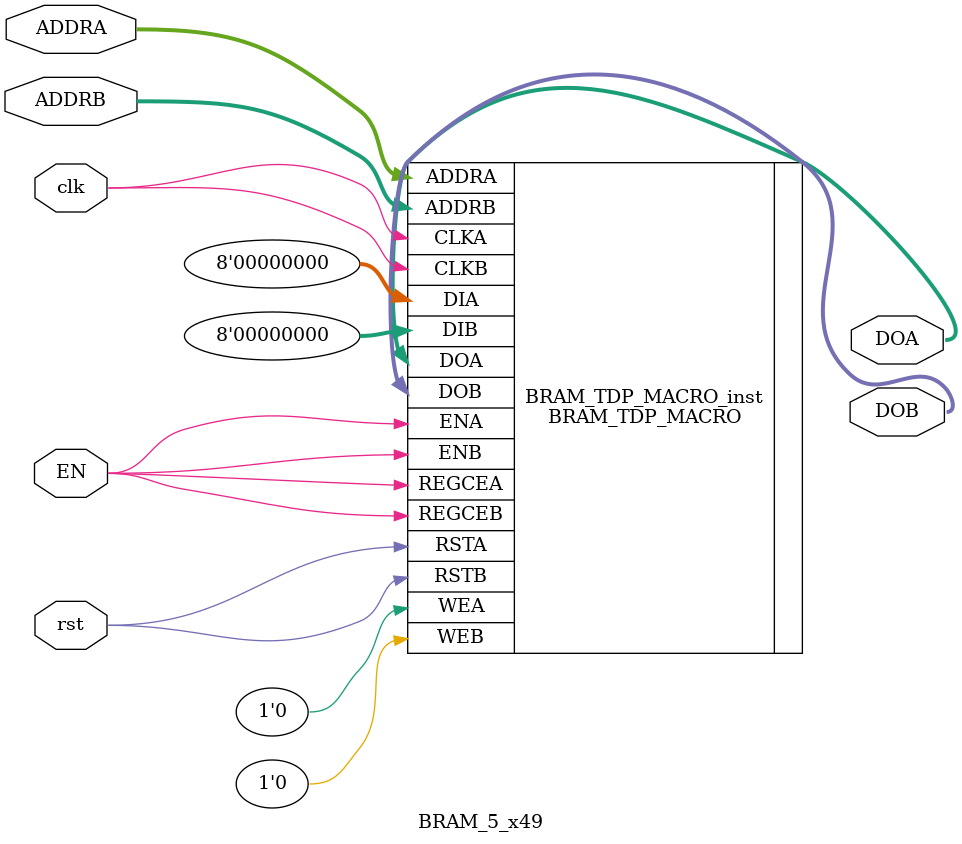
<source format=v>

module BRAM_5_x49(
    input [9:0] ADDRA,
    input [9:0] ADDRB,
    input clk,
    input rst, input EN,
    output [7:0] DOA,
    output [7:0] DOB
    );



// Spartan-6
// Xilinx HDL Libraries Guide, version 14.7
//////////////////////////////////////////////////////////////////////////
// DATA_WIDTH_A/B | BRAM_SIZE | RAM Depth | ADDRA/B Width | WEA/B Width //
// ===============|===========|===========|===============|=============//
// 19-36 | "18Kb" | 512 | 9-bit | 4-bit //
// 10-18 | "18Kb" | 1024 | 10-bit | 2-bit //
// 10-18 | "9Kb" | 512 | 9-bit | 2-bit //
// 5-9 | "18Kb" | 2048 | 11-bit | 1-bit //
// 5-9 | "9Kb" | 1024 | 10-bit | 1-bit //
// 3-4 | "18Kb" | 4096 | 12-bit | 1-bit //
// 3-4 | "9Kb" | 2048 | 11-bit | 1-bit //
// 2 | "18Kb" | 8192 | 13-bit | 1-bit //
// 2 | "9Kb" | 4096 | 12-bit | 1-bit //
// 1 | "18Kb" | 16384 | 14-bit | 1-bit //
// 1 | "9Kb" | 8192 | 12-bit | 1-bit //
//////////////////////////////////////////////////////////////////////////
BRAM_TDP_MACRO #(
	.BRAM_SIZE("9Kb"), // Target BRAM: "9Kb" or "18Kb"
	.DEVICE("SPARTAN6"), // Target device: "VIRTEX5", "VIRTEX6", "SPARTAN6"
	.DOA_REG(1), // Optional port A output register (0 or 1)
	.DOB_REG(1), // Optional port B output register (0 or 1)
	.INIT_A(36'h0123), // Initial values on port A output port
	.INIT_B(36'h3210), // Initial values on port B output port
	.INIT_FILE ("NONE"),
	.READ_WIDTH_A (8), // Valid values are 1-36
	.READ_WIDTH_B (8), // Valid values are 1-36
	.SIM_COLLISION_CHECK ("NONE"), // Collision check enable "ALL", "WARNING_ONLY",
	// "GENERATE_X_ONLY" or "NONE"
	.SRVAL_A(36'h00000000), // Set/Reset value for port A output
	.SRVAL_B(36'h00000000), // Set/Reset value for port B output
	.WRITE_MODE_A("WRITE_FIRST"), // "WRITE_FIRST", "READ_FIRST", or "NO_CHANGE"
	.WRITE_MODE_B("WRITE_FIRST"), // "WRITE_FIRST", "READ_FIRST", or "NO_CHANGE"
	.WRITE_WIDTH_A(8), // Valid values are 1-36
	.WRITE_WIDTH_B(8), // Valid values are 1-36
	
.INIT_00(256'h6035EEFF5A0000006C8C7C6D8E6100002D86000059EC00003E20000000000000),
.INIT_01(256'hA4E37F6ECB83F2F285771F0E32CF0000E1580000A30400002D21000025370000),
.INIT_02(256'h88A12397D7F12C89A59C1001AF990000F22566C38F46EB4E07C00000BD640000),
.INIT_03(256'hDDE60CB8E7D350F5537843523C180000AF6AD87DD40F65C00BDE3030B77C0000),
.INIT_04(256'h7ECFB9A8A8160000B1B50A1B9E950000E1AE21210F5E000031CB0000B4500000),
.INIT_05(256'h779A82DD48AAE4AA8ED6D887481F0D4311027A347578E7A905A3400E0AB2FCB2),
.INIT_06(256'h4A8716A2F93B4EEBFE235E4F39EB3838DAE91DB83D10B114B6950000B78A0000),
.INIT_07(256'h8011C13BEA74769D8C0DEEB1921C6729E986AA41B4C58A61CFB0226C7415AEE0),
.INIT_08(256'hBFEA312085DFDFDFB353A3B251BEDFDFF259DFDF8633DFDFE1FFDFDFDFDFDFDF),
.INIT_09(256'h7B3CA0B1145C2D2D5AA8C0D1ED10DFDF3E87DFDF7CDBDFDFF2FEDFDFFAE8DFDF),
.INIT_0A(256'h577EFC48082EF3567A43CFDE7046DFDF2DFAB91C50993491D81FDFDF62BBDFDF),
.INIT_0B(256'h0239D367380C8F2A8CA79C8DE3C7DFDF70B507A20BD0BA1FD401EFEF68A3DFDF),
.INIT_0C(256'hA110667777C9DFDF6E6AD5C4414ADFDF3E71FEFED081DFDFEE14DFDF6B8FDFDF),
.INIT_0D(256'hA8455D0297753B755109075897C0D29CCEDDA5EBAAA73876DA7C9FD1D56D236D),
.INIT_0E(256'h9558C97D26E4913421FC8190E634E7E70536C267E2CF6ECB694ADFDF6855DFDF),
.INIT_0F(256'h5FCE1EE435ABA94253D2316E4DC3B8F63659759E6B1A55BE106FFDB3ABCA713F),
.INIT_10(256'hF57394117AEB00006FDAAB2EDA7800009F3E0000DAE9000040D2000000000000),
.INIT_11(256'h1CA84FCA0CAF0A0A60E77AFF4ADA0000B4270000BFBE00008727000089BB0000),
.INIT_12(256'hF91E15139C6CCF4C7324BA3F73330000EC2C2CAF520073F09FEF00007B990000),
.INIT_13(256'hB96C686E11D331B2214439BCEC9E00006E9C8A09CCAC870405475252FD2D0000),
.INIT_14(256'h1FB723A68D320000A13A78FD6DE1000060EF6464EBF600009B270000715F0000),
.INIT_15(256'h6DBBD31A8140C08CF613418844B609451CED83CF385B064AC80A24688DDDC589),
.INIT_16(256'hF73E292F8F5144C76B12D055127CB9B94EA07AF93E4241C22B75000065A90000),
.INIT_17(256'h388F6B216CCC64AB7572AF662030A4E88F1F2FE00200A7683111622E8230D19D),
.INIT_18(256'h2AAC4BCEA534DFDFB00574F105A7DFDF40E1DFDF0536DFDF9F0DDFDFDFDFDFDF),
.INIT_19(256'hC3779015D370D5D5BF38A5209505DFDF6BF8DFDF6061DFDF58F8DFDF5664DFDF),
.INIT_1A(256'h26C1CACC43B31093ACFB65E0ACECDFDF33F3F3708DDFAC2F4030DFDFA446DFDF),
.INIT_1B(256'h66B3B7B1CE0CEE6DFE9BE6633341DFDFB14355D6137358DBDA988D8D22F2DFDF),
.INIT_1C(256'hC068FC7952EDDFDF7EE5A722B23EDFDFBF30BBBB3429DFDF44F8DFDFAE80DFDF),
.INIT_1D(256'hB2640CC55E9F1F5329CC9E579B69D69AC3325C10E784D99517D5FBB752021A56),
.INIT_1E(256'h28E1F6F0508E9B18B4CD0F8ACDA36666917FA526E19D9E1DF4AADFDFBA76DFDF),
.INIT_1F(256'hE750B4FEB313BB74AAAD70B9FFEF7B3750C0F03FDDDF78B7EECEBDF15DEF0E42),



	
	//===============================================================================
	
	.INIT_20(256'h0000000000000000000000000000000000000000000000000000000000000000),
	.INIT_21(256'h0000000000000000000000000000000000000000000000000000000000000000),
	.INIT_22(256'h0000000000000000000000000000000000000000000000000000000000000000),
	.INIT_23(256'h0000000000000000000000000000000000000000000000000000000000000000),
	.INIT_24(256'h0000000000000000000000000000000000000000000000000000000000000000),
	.INIT_25(256'h0000000000000000000000000000000000000000000000000000000000000000),
	.INIT_26(256'h0000000000000000000000000000000000000000000000000000000000000000),
	.INIT_27(256'h0000000000000000000000000000000000000000000000000000000000000000),
	.INIT_28(256'h0000000000000000000000000000000000000000000000000000000000000000),
	.INIT_29(256'h0000000000000000000000000000000000000000000000000000000000000000),
	.INIT_2A(256'h0000000000000000000000000000000000000000000000000000000000000000),
	.INIT_2B(256'h0000000000000000000000000000000000000000000000000000000000000000),
	.INIT_2C(256'h0000000000000000000000000000000000000000000000000000000000000000),
	.INIT_2D(256'h0000000000000000000000000000000000000000000000000000000000000000),
	.INIT_2E(256'h0000000000000000000000000000000000000000000000000000000000000000),
	.INIT_2F(256'h0000000000000000000000000000000000000000000000000000000000000000),
	.INIT_30(256'h0000000000000000000000000000000000000000000000000000000000000000),
	.INIT_31(256'h0000000000000000000000000000000000000000000000000000000000000000),
	.INIT_32(256'h0000000000000000000000000000000000000000000000000000000000000000),
	.INIT_33(256'h0000000000000000000000000000000000000000000000000000000000000000),
	.INIT_34(256'h0000000000000000000000000000000000000000000000000000000000000000),
	.INIT_35(256'h0000000000000000000000000000000000000000000000000000000000000000),
	.INIT_36(256'h0000000000000000000000000000000000000000000000000000000000000000),
	.INIT_37(256'h0000000000000000000000000000000000000000000000000000000000000000),
	.INIT_38(256'h0000000000000000000000000000000000000000000000000000000000000000),
	.INIT_39(256'h0000000000000000000000000000000000000000000000000000000000000000),
	.INIT_3A(256'h0000000000000000000000000000000000000000000000000000000000000000),
	.INIT_3B(256'h0000000000000000000000000000000000000000000000000000000000000000),
	.INIT_3C(256'h0000000000000000000000000000000000000000000000000000000000000000),
	.INIT_3D(256'h0000000000000000000000000000000000000000000000000000000000000000),
	.INIT_3E(256'h0000000000000000000000000000000000000000000000000000000000000000),
	.INIT_3F(256'h0000000000000000000000000000000000000000000000000000000000000000),


	// The next set of INITP_xx are for the parity bits
	.INITP_00(256'h0000000000000000000000000000000000000000000000000000000000000000),
	.INITP_01(256'h0000000000000000000000000000000000000000000000000000000000000000),
	.INITP_02(256'h0000000000000000000000000000000000000000000000000000000000000000),
	.INITP_03(256'h0000000000000000000000000000000000000000000000000000000000000000),
	// The next set of INITP_xx are for "18Kb" configuration only
	.INITP_04(256'h0000000000000000000000000000000000000000000000000000000000000000),
	.INITP_05(256'h0000000000000000000000000000000000000000000000000000000000000000),
	.INITP_06(256'h0000000000000000000000000000000000000000000000000000000000000000),
	.INITP_07(256'h0000000000000000000000000000000000000000000000000000000000000000)
) BRAM_TDP_MACRO_inst (
	.DOA(DOA), // Output port-A data, width defined by READ_WIDTH_A parameter
	.DOB(DOB), // Output port-B data, width defined by READ_WIDTH_B parameter
	.ADDRA(ADDRA), // Input port-A address, width defined by Port A depth
	.ADDRB(ADDRB), // Input port-B address, width defined by Port B depth
	.CLKA(clk), // 1-bit input port-A clock
	.CLKB(clk), // 1-bit input port-B clock
	.DIA(8'h0), // Input port-A data, width defined by WRITE_WIDTH_A parameter
	.DIB(8'h0), // Input port-B data, width defined by WRITE_WIDTH_B parameter
	.ENA(EN), // 1-bit input port-A enable
	.ENB(EN), // 1-bit input port-B enable
	.REGCEA(EN), // 1-bit input port-A output register enable
	.REGCEB(EN), // 1-bit input port-B output register enable
	.RSTA(rst), // 1-bit input port-A reset
	.RSTB(rst), // 1-bit input port-B reset
	.WEA(1'b0), // Input port-A write enable, width defined by Port A depth
	.WEB(1'b0) // Input port-B write enable, width defined by Port B depth
);
// End of BRAM_TDP_MACRO_inst instantiation
endmodule

</source>
